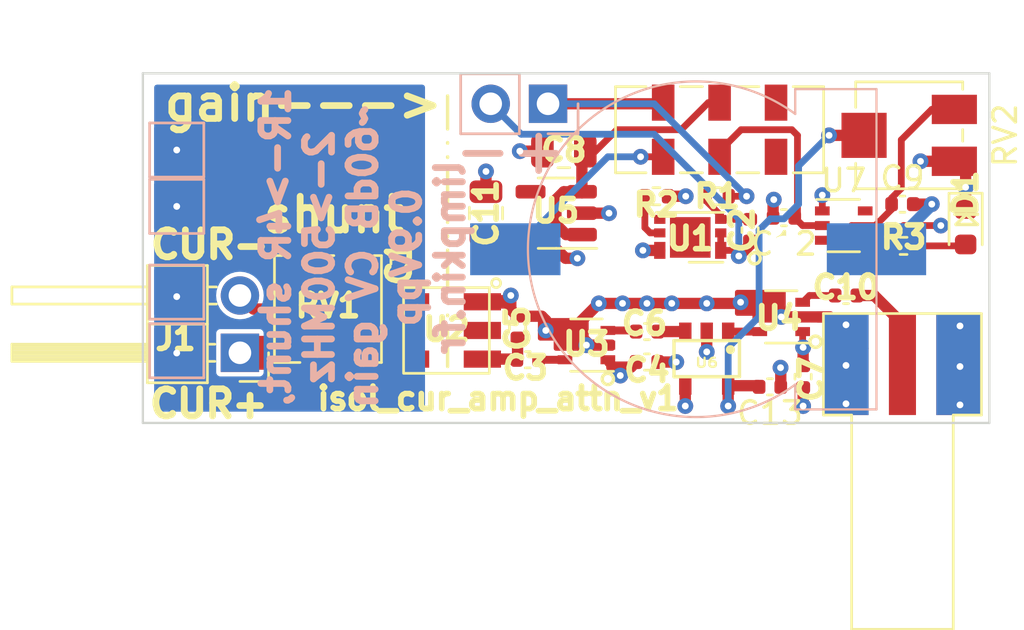
<source format=kicad_pcb>
(kicad_pcb (version 20221018) (generator pcbnew)
  (layers (0 "F.Cu" signal) (1 "In1.Cu" signal) (2 "In2.Cu" signal) (31 "B.Cu" signal) (34 "B.Paste" user) (35 "F.Paste" user) (36 "B.SilkS" user "B.Silkscreen") (37 "F.SilkS" user "F.Silkscreen") (38 "B.Mask" user) (39 "F.Mask" user) (44 "Edge.Cuts" user))
  (net 0 "")
  (net 1 "Net-(BT1-+)")
  (net 2 "GND")
  (net 3 "Net-(BT1--)")
  (net 4 "Net-(J1-Pin_1)")
  (net 5 "Net-(C1-Pad2)")
  (net 6 "Net-(U1-VDD)")
  (net 7 "Net-(C3-Pad1)")
  (net 8 "Net-(C3-Pad2)")
  (net 9 "Net-(C6-Pad1)")
  (net 10 "Net-(C6-Pad2)")
  (net 11 "Net-(J2-In)")
  (net 12 "Net-(U1-VM)")
  (net 13 "Net-(J1-Pin_2)")
  (net 18 "Net-(C10-Pad1)")
  (net 19 "+3V3")
  (net 20 "Net-(D1-A)")
  (net 23 "/RTN")
  (net 24 "Net-(BT2--)")
  (net 25 "Net-(U6-VC)")
  (net 26 "Net-(U4-Pad6)")
  (net 27 "Net-(SW1A-B)")
  (net 28 "Net-(SW1B-B)")
  (net 29 "Net-(U7-VOUT)")
  (footprint "Package_TO_SOT_SMD:SOT-363_SC-70-6" (layer "F.Cu") (at 144.28 107.3 180)
    (fp_text reference "U4" (at 0.1 -0.05) (layer "F.SilkS") (effects (font (thickness 0.5))))
    (fp_text value "BGA2802")
    (fp_line (start -0.7 1.16) (end 0.7 1.16) (stroke (width 0.12)) (layer "F.SilkS"))
    (fp_line (start 0.7 -1.16) (end -1.2 -1.16) (stroke (width 0.12)) (layer "F.SilkS"))
    (pad "1" smd rect (at -0.95 -0.65 180) (size 0.65 0.4) (layers "F.Cu" "F.Paste" "F.Mask") (net 19 "+3V3"))
    (pad "2" smd rect (at -0.95 0 180) (size 0.65 0.4) (layers "F.Cu" "F.Paste" "F.Mask") (net 2 "GND"))
    (pad "3" smd rect (at -0.95 0.65 180) (size 0.65 0.4) (layers "F.Cu" "F.Paste" "F.Mask") (net 18 "Net-(C10-Pad1)"))
    (pad "4" smd rect (at 0.95 0.65 180) (size 0.65 0.4) (layers "F.Cu" "F.Paste" "F.Mask") (net 2 "GND"))
    (pad "5" smd rect (at 0.95 0 180) (size 0.65 0.4) (layers "F.Cu" "F.Paste" "F.Mask") (net 2 "GND"))
    (pad "6" smd rect (at 0.95 -0.65 180) (size 0.65 0.4) (layers "F.Cu" "F.Paste" "F.Mask") (net 26 "Net-(U4-Pad6)"))
  )
  (footprint "Capacitor_SMD:C_0402_1005Metric" (layer "F.Cu") (at 147.15 106.35)
    (fp_text reference "C10" (at 0 -0.36) (layer "F.SilkS") (effects (font (thickness 0.5))))
    (fp_text value "1nF")
    (fp_line (start -0.107836 -0.36) (end 0.107836 -0.36) (stroke (width 0.12)) (layer "F.SilkS"))
    (fp_line (start -0.107836 0.36) (end 0.107836 0.36) (stroke (width 0.12)) (layer "F.SilkS"))
    (pad "1" smd roundrect (at -0.48 0) (size 0.56 0.62) (layers "F.Cu" "F.Paste" "F.Mask") (net 18 "Net-(C10-Pad1)"))
    (pad "2" smd roundrect (at 0.48 0) (size 0.56 0.62) (layers "F.Cu" "F.Paste" "F.Mask") (net 11 "Net-(J2-In)"))
  )
  (footprint "Capacitor_SMD:C_0402_1005Metric" (layer "F.Cu") (at 143.78 110.4 180)
    (fp_text reference "C13" (at 0 -1.16) (layer "F.SilkS"))
    (fp_text value "1nF")
    (fp_line (start -0.107836 -0.36) (end 0.107836 -0.36) (stroke (width 0.12)) (layer "F.SilkS"))
    (fp_line (start -0.107836 0.36) (end 0.107836 0.36) (stroke (width 0.12)) (layer "F.SilkS"))
    (pad "1" smd roundrect (at -0.48 0 180) (size 0.56 0.62) (layers "F.Cu" "F.Paste" "F.Mask") (net 2 "GND"))
    (pad "2" smd roundrect (at 0.48 0 180) (size 0.56 0.62) (layers "F.Cu" "F.Paste" "F.Mask") (net 25 "Net-(U6-VC)"))
  )
  (footprint "library:TC2-72T+" (layer "F.Cu") (at 129.45 107.9 -90)
    (fp_text reference "U2" (at -0.05 0 unlocked) (layer "F.SilkS") (effects (font (thickness 0.5))))
    (fp_text value "TC8-1+")
    (fp_rect (start -1.9 -1.9) (end 1.9 1.9) (stroke (width 0.12)) (fill none) (layer "F.SilkS"))
    (fp_circle (center -2.1 -2.2) (end -2.1 -2) (stroke (width 0.12)) (fill none) (layer "F.SilkS"))
    (pad "1" smd rect (at -1.27 -1.59 270) (size 0.76 1.65) (layers "F.Cu" "F.Paste" "F.Mask") (net 2 "GND"))
    (pad "2" smd rect (at 0 -1.59 270) (size 0.76 1.65) (layers "F.Cu" "F.Paste" "F.Mask"))
    (pad "3" smd rect (at 1.27 -1.59 270) (size 0.76 1.65) (layers "F.Cu" "F.Paste" "F.Mask") (net 7 "Net-(C3-Pad1)"))
    (pad "4" smd rect (at 1.27 1.59 270) (size 0.76 1.65) (layers "F.Cu" "F.Paste" "F.Mask") (net 4 "Net-(J1-Pin_1)"))
    (pad "6" smd rect (at -1.27 1.59 270) (size 0.76 1.65) (layers "F.Cu" "F.Paste" "F.Mask") (net 5 "Net-(C1-Pad2)"))
  )
  (footprint "Capacitor_SMD:C_0402_1005Metric" (layer "F.Cu") (at 127.35 104.85 -90)
    (fp_text reference "C1" (at 0.05 0 -90) (layer "F.SilkS") (effects (font (thickness 0.5))))
    (fp_text value "10nF")
    (fp_line (start -0.107836 -0.36) (end 0.107836 -0.36) (stroke (width 0.12)) (layer "F.SilkS"))
    (fp_line (start -0.107836 0.36) (end 0.107836 0.36) (stroke (width 0.12)) (layer "F.SilkS"))
    (pad "1" smd roundrect (at -0.48 0 270) (size 0.56 0.62) (layers "F.Cu" "F.Paste" "F.Mask") (net 13 "Net-(J1-Pin_2)"))
    (pad "2" smd roundrect (at 0.48 0 270) (size 0.56 0.62) (layers "F.Cu" "F.Paste" "F.Mask") (net 5 "Net-(C1-Pad2)"))
  )
  (footprint "Capacitor_SMD:C_0805_2012Metric" (layer "F.Cu") (at 131.2 102.7 90)
    (fp_text reference "C11" (at 0 0 90) (layer "F.SilkS") (effects (font (thickness 0.5))))
    (fp_text value "22uF")
    (fp_line (start -0.261252 -0.735) (end 0.261252 -0.735) (stroke (width 0.12)) (layer "F.SilkS"))
    (fp_line (start -0.261252 0.735) (end 0.261252 0.735) (stroke (width 0.12)) (layer "F.SilkS"))
    (pad "1" smd roundrect (at -0.95 0 90) (size 1 1.45) (layers "F.Cu" "F.Paste" "F.Mask") (net 19 "+3V3"))
    (pad "2" smd roundrect (at 0.95 0 90) (size 1 1.45) (layers "F.Cu" "F.Paste" "F.Mask") (net 2 "GND"))
  )
  (footprint "Package_TO_SOT_SMD:SOT-363_SC-70-6" (layer "F.Cu") (at 135.65 108.55 180)
    (fp_text reference "U3" (at 0 0.05) (layer "F.SilkS") (effects (font (thickness 0.5))))
    (fp_text value "BGA2803")
    (fp_line (start -0.7 1.16) (end 0.7 1.16) (stroke (width 0.12)) (layer "F.SilkS"))
    (fp_line (start 0.7 -1.16) (end -1.2 -1.16) (stroke (width 0.12)) (layer "F.SilkS"))
    (pad "1" smd rect (at -0.95 -0.65 180) (size 0.65 0.4) (layers "F.Cu" "F.Paste" "F.Mask") (net 19 "+3V3"))
    (pad "2" smd rect (at -0.95 0 180) (size 0.65 0.4) (layers "F.Cu" "F.Paste" "F.Mask") (net 2 "GND"))
    (pad "3" smd rect (at -0.95 0.65 180) (size 0.65 0.4) (layers "F.Cu" "F.Paste" "F.Mask") (net 9 "Net-(C6-Pad1)"))
    (pad "4" smd rect (at 0.95 0.65 180) (size 0.65 0.4) (layers "F.Cu" "F.Paste" "F.Mask") (net 2 "GND"))
    (pad "5" smd rect (at 0.95 0 180) (size 0.65 0.4) (layers "F.Cu" "F.Paste" "F.Mask") (net 2 "GND"))
    (pad "6" smd rect (at 0.95 -0.65 180) (size 0.65 0.4) (layers "F.Cu" "F.Paste" "F.Mask") (net 8 "Net-(C3-Pad2)"))
  )
  (footprint "Capacitor_SMD:C_0402_1005Metric" (layer "F.Cu") (at 138.33 109.3)
    (fp_text reference "C4" (at 0 0.36) (layer "F.SilkS") (effects (font (thickness 0.5))))
    (fp_text value "1nF")
    (fp_line (start -0.107836 -0.36) (end 0.107836 -0.36) (stroke (width 0.12)) (layer "F.SilkS"))
    (fp_line (start -0.107836 0.36) (end 0.107836 0.36) (stroke (width 0.12)) (layer "F.SilkS"))
    (pad "1" smd roundrect (at -0.48 0) (size 0.56 0.62) (layers "F.Cu" "F.Paste" "F.Mask") (net 19 "+3V3"))
    (pad "2" smd roundrect (at 0.48 0) (size 0.56 0.62) (layers "F.Cu" "F.Paste" "F.Mask") (net 2 "GND"))
  )
  (footprint "library:SMA_ALIEXPRESS" (layer "F.Cu") (at 149.65 111.65 180)
    (fp_text reference "J2" hide)
    (fp_text value "COAX")
    (fp_line (start -3.5 0) (end -3.5 4.5) (stroke (width 0.12)) (layer "F.SilkS"))
    (fp_line (start -3.5 4.5) (end 3.5 4.5) (stroke (width 0.12)) (layer "F.SilkS"))
    (fp_line (start -2.25 -9.5) (end -2.25 0) (stroke (width 0.12)) (layer "F.SilkS"))
    (fp_line (start -2.25 0) (end -3.5 0) (stroke (width 0.12)) (layer "F.SilkS"))
    (fp_line (start 2.25 -9.5) (end -2.25 -9.5) (stroke (width 0.12)) (layer "F.SilkS"))
    (fp_line (start 2.25 0) (end 2.25 -9.5) (stroke (width 0.12)) (layer "F.SilkS"))
    (fp_line (start 3.5 0) (end 2.25 0) (stroke (width 0.12)) (layer "F.SilkS"))
    (fp_line (start 3.5 4.5) (end 3.5 0) (stroke (width 0.12)) (layer "F.SilkS"))
    (pad "1" smd rect (at 0 2.25 180) (size 1.2 4.5) (layers "F.Cu" "F.Paste" "F.Mask") (net 11 "Net-(J2-In)"))
    (pad "2" smd rect (at -2.5 2.25 180) (size 2 4.5) (layers "F.Cu" "F.Paste" "F.Mask") (net 2 "GND"))
    (pad "2" smd rect (at -2.5 2.25 180) (size 2 4.5) (layers "B.Cu" "B.Paste" "B.Mask") (net 2 "GND"))
    (pad "2" smd rect (at 2.5 2.25 180) (size 2 4.5) (layers "F.Cu" "F.Paste" "F.Mask") (net 2 "GND"))
    (pad "2" smd rect (at 2.5 2.25 180) (size 2 4.5) (layers "B.Cu" "B.Paste" "B.Mask") (net 2 "GND"))
  )
  (footprint "Capacitor_SMD:C_0402_1005Metric" (layer "F.Cu") (at 133.05 109.2)
    (fp_text reference "C3" (at -0.107836 0.36) (layer "F.SilkS") (effects (font (thickness 0.5))))
    (fp_text value "1nF")
    (fp_line (start -0.107836 -0.36) (end 0.107836 -0.36) (stroke (width 0.12)) (layer "F.SilkS"))
    (fp_line (start -0.107836 0.36) (end 0.107836 0.36) (stroke (width 0.12)) (layer "F.SilkS"))
    (pad "1" smd roundrect (at -0.48 0) (size 0.56 0.62) (layers "F.Cu" "F.Paste" "F.Mask") (net 7 "Net-(C3-Pad1)"))
    (pad "2" smd roundrect (at 0.48 0) (size 0.56 0.62) (layers "F.Cu" "F.Paste" "F.Mask") (net 8 "Net-(C3-Pad2)"))
  )
  (footprint "Capacitor_SMD:C_0402_1005Metric" (layer "F.Cu") (at 145.25 109.95 -90)
    (fp_text reference "C7" (at 0.107836 -0.36 -270) (layer "F.SilkS") (effects (font (thickness 0.5))))
    (fp_text value "1nF")
    (fp_line (start -0.107836 -0.36) (end 0.107836 -0.36) (stroke (width 0.12)) (layer "F.SilkS"))
    (fp_line (start -0.107836 0.36) (end 0.107836 0.36) (stroke (width 0.12)) (layer "F.SilkS"))
    (pad "1" smd roundrect (at -0.48 0 270) (size 0.56 0.62) (layers "F.Cu" "F.Paste" "F.Mask") (net 19 "+3V3"))
    (pad "2" smd roundrect (at 0.48 0 270) (size 0.56 0.62) (layers "F.Cu" "F.Paste" "F.Mask") (net 2 "GND"))
  )
  (footprint "Resistor_SMD:R_0402_1005Metric" (layer "F.Cu") (at 138.75 101.95 180)
    (fp_text reference "R2" (at 0 -0.38) (layer "F.SilkS") (effects (font (thickness 0.5))))
    (fp_text value "1k")
    (fp_line (start -0.153641 -0.38) (end 0.153641 -0.38) (stroke (width 0.12)) (layer "F.SilkS"))
    (fp_line (start -0.153641 0.38) (end 0.153641 0.38) (stroke (width 0.12)) (layer "F.SilkS"))
    (pad "1" smd roundrect (at -0.51 0 180) (size 0.54 0.64) (layers "F.Cu" "F.Paste" "F.Mask") (net 2 "GND"))
    (pad "2" smd roundrect (at 0.51 0 180) (size 0.54 0.64) (layers "F.Cu" "F.Paste" "F.Mask") (net 12 "Net-(U1-VM)"))
  )
  (footprint "Capacitor_SMD:C_0402_1005Metric" (layer "F.Cu") (at 142.9 103.45 -90)
    (fp_text reference "C2" (at 0 0.36 90) (layer "F.SilkS") (effects (font (thickness 0.5))))
    (fp_text value "100n")
    (fp_line (start -0.107836 -0.36) (end 0.107836 -0.36) (stroke (width 0.12)) (layer "F.SilkS"))
    (fp_line (start -0.107836 0.36) (end 0.107836 0.36) (stroke (width 0.12)) (layer "F.SilkS"))
    (pad "1" smd roundrect (at -0.48 0 270) (size 0.56 0.62) (layers "F.Cu" "F.Paste" "F.Mask") (net 6 "Net-(U1-VDD)"))
    (pad "2" smd roundrect (at 0.48 0 270) (size 0.56 0.62) (layers "F.Cu" "F.Paste" "F.Mask") (net 3 "Net-(BT1--)"))
  )
  (footprint "library:UDFN-6-1EP_3x2mm_P0.6mm_EP1.7x1.7mm" (layer "F.Cu") (at 140.25 103.775 180)
    (fp_text reference "U1" (at 0 -0.05) (layer "F.SilkS") (effects (font (thickness 0.5))))
    (fp_text value "~")
    (fp_line (start -1.5 1.11) (end 1.5 1.11) (stroke (width 0.12)) (layer "F.SilkS"))
    (fp_line (start -1.45 -1.1) (end 0.05 -1.1) (stroke (width 0.12)) (layer "F.SilkS"))
    (pad "1" smd rect (at -1.35 -0.575 180) (size 0.5 0.75) (layers "F.Cu" "F.Paste" "F.Mask") (net 3 "Net-(BT1--)"))
    (pad "2" smd rect (at -1.35 0.2 180) (size 0.5 0.4) (layers "F.Cu" "F.Paste" "F.Mask") (net 3 "Net-(BT1--)"))
    (pad "3" smd rect (at -1.35 0.8 180) (size 0.5 0.4) (layers "F.Cu" "F.Paste" "F.Mask") (net 6 "Net-(U1-VDD)"))
    (pad "4" smd rect (at 1.35 0.8 180) (size 0.5 0.4) (layers "F.Cu" "F.Paste" "F.Mask"))
    (pad "5" smd rect (at 1.35 0.2 180) (size 0.5 0.4) (layers "F.Cu" "F.Paste" "F.Mask") (net 12 "Net-(U1-VM)"))
    (pad "6" smd rect (at 1.35 -0.575 180) (size 0.5 0.75) (layers "F.Cu" "F.Paste" "F.Mask") (net 2 "GND"))
    (pad "7" smd rect (at 0 0 180) (size 1.8 1.8) (layers "F.Cu" "F.Mask"))
  )
  (footprint "Resistor_SMD:R_0402_1005Metric" (layer "F.Cu") (at 149.7 104.15)
    (fp_text reference "R3" (at 0 -0.38) (layer "F.SilkS") (effects (font (thickness 0.5))))
    (fp_text value "1k")
    (fp_line (start -0.153641 -0.38) (end 0.153641 -0.38) (stroke (width 0.12)) (layer "F.SilkS"))
    (fp_line (start -0.153641 0.38) (end 0.153641 0.38) (stroke (width 0.12)) (layer "F.SilkS"))
    (pad "1" smd roundrect (at -0.51 0) (size 0.54 0.64) (layers "F.Cu" "F.Paste" "F.Mask") (net 19 "+3V3"))
    (pad "2" smd roundrect (at 0.51 0) (size 0.54 0.64) (layers "F.Cu" "F.Paste" "F.Mask") (net 20 "Net-(D1-A)"))
  )
  (footprint "Resistor_SMD:R_0402_1005Metric" (layer "F.Cu") (at 141.445 101.95)
    (fp_text reference "R1" (at 0 0) (layer "F.SilkS") (effects (font (thickness 0.5))))
    (fp_text value "453 ")
    (fp_line (start -0.153641 -0.38) (end 0.153641 -0.38) (stroke (width 0.12)) (layer "F.SilkS"))
    (fp_line (start -0.153641 0.38) (end 0.153641 0.38) (stroke (width 0.12)) (layer "F.SilkS"))
    (pad "1" smd roundrect (at -0.51 0) (size 0.54 0.64) (layers "F.Cu" "F.Paste" "F.Mask") (net 6 "Net-(U1-VDD)"))
    (pad "2" smd roundrect (at 0.51 0) (size 0.54 0.64) (layers "F.Cu" "F.Paste" "F.Mask") (net 1 "Net-(BT1-+)"))
  )
  (footprint "Button_Switch_SMD:SW_DPDT_CK_JS202011JCQN" (layer "F.Cu") (at 141.55 99)
    (fp_text reference "SW1" hide)
    (fp_text value "SW_DPDT_x2")
    (fp_line (start -4.61 -1.91) (end -4.61 1.91) (stroke (width 0.12)) (layer "F.SilkS"))
    (fp_line (start -4.61 1.91) (end -3.26 1.91) (stroke (width 0.12)) (layer "F.SilkS"))
    (fp_line (start -3.26 -1.91) (end -4.61 -1.91) (stroke (width 0.12)) (layer "F.SilkS"))
    (fp_line (start -0.76 -1.91) (end -1.74 -1.91) (stroke (width 0.12)) (layer "F.SilkS"))
    (fp_line (start -0.76 1.91) (end -1.74 1.91) (stroke (width 0.12)) (layer "F.SilkS"))
    (fp_line (start 1.74 -1.91) (end 0.76 -1.91) (stroke (width 0.12)) (layer "F.SilkS"))
    (fp_line (start 1.74 1.91) (end 0.76 1.91) (stroke (width 0.12)) (layer "F.SilkS"))
    (fp_line (start 4.61 -1.91) (end 3.26 -1.91) (stroke (width 0.12)) (layer "F.SilkS"))
    (fp_line (start 4.61 -1.91) (end 4.61 1.91) (stroke (width 0.12)) (layer "F.SilkS"))
    (fp_line (start 4.61 1.91) (end 3.26 1.91) (stroke (width 0.12)) (layer "F.SilkS"))
    (pad "1" smd rect (at -2.5 -1.2) (size 1 1.6) (layers "F.Cu" "F.Paste" "F.Mask") (net 1 "Net-(BT1-+)"))
    (pad "2" smd rect (at 0 -1.2) (size 1 1.6) (layers "F.Cu" "F.Paste" "F.Mask") (net 27 "Net-(SW1A-B)"))
    (pad "3" smd rect (at 2.5 -1.2) (size 1 1.6) (layers "F.Cu" "F.Paste" "F.Mask"))
    (pad "4" smd rect (at -2.5 1.2) (size 1 1.6) (layers "F.Cu" "F.Paste" "F.Mask") (net 24 "Net-(BT2--)"))
    (pad "5" smd rect (at 0 1.2) (size 1 1.6) (layers "F.Cu" "F.Paste" "F.Mask") (net 28 "Net-(SW1B-B)"))
    (pad "6" smd rect (at 2.5 1.2) (size 1 1.6) (layers "F.Cu" "F.Paste" "F.Mask"))
  )
  (footprint "Capacitor_SMD:C_0805_2012Metric" (layer "F.Cu") (at 134.65 99.95 180)
    (fp_text reference "C8" (at 0 0.05) (layer "F.SilkS") (effects (font (thickness 0.5))))
    (fp_text value "22uF")
    (fp_line (start -0.261252 -0.735) (end 0.261252 -0.735) (stroke (width 0.12)) (layer "F.SilkS"))
    (fp_line (start -0.261252 0.735) (end 0.261252 0.735) (stroke (width 0.12)) (layer "F.SilkS"))
    (pad "1" smd roundrect (at -0.95 0 180) (size 1 1.45) (layers "F.Cu" "F.Paste" "F.Mask") (net 27 "Net-(SW1A-B)"))
    (pad "2" smd roundrect (at 0.95 0 180) (size 1 1.45) (layers "F.Cu" "F.Paste" "F.Mask") (net 2 "GND"))
  )
  (footprint "Capacitor_SMD:C_0402_1005Metric" (layer "F.Cu") (at 138.33 107.95)
    (fp_text reference "C6" (at -0.107836 -0.36) (layer "F.SilkS") (effects (font (thickness 0.5))))
    (fp_text value "1nF")
    (fp_line (start -0.107836 -0.36) (end 0.107836 -0.36) (stroke (width 0.12)) (layer "F.SilkS"))
    (fp_line (start -0.107836 0.36) (end 0.107836 0.36) (stroke (width 0.12)) (layer "F.SilkS"))
    (pad "1" smd roundrect (at -0.48 0) (size 0.56 0.62) (layers "F.Cu" "F.Paste" "F.Mask") (net 9 "Net-(C6-Pad1)"))
    (pad "2" smd roundrect (at 0.48 0) (size 0.56 0.62) (layers "F.Cu" "F.Paste" "F.Mask") (net 10 "Net-(C6-Pad2)"))
  )
  (footprint "Potentiometer_SMD:Potentiometer_Bourns_3314J_Vertical" (layer "F.Cu") (at 149.95 99.25 -90)
    (fp_text reference "RV2" (at 0 -4.25 90) (layer "F.SilkS"))
    (fp_text value "100k")
    (fp_line (start -2.37 -2.37) (end -2.37 2.37) (stroke (width 0.12)) (layer "F.SilkS"))
    (fp_line (start -2.37 -2.37) (end -2.039 -2.37) (stroke (width 0.12)) (layer "F.SilkS"))
    (fp_line (start -2.37 2.37) (end -1.24 2.37) (stroke (width 0.12)) (layer "F.SilkS"))
    (fp_line (start -0.259 -2.37) (end 0.26 -2.37) (stroke (width 0.12)) (layer "F.SilkS"))
    (fp_line (start 1.24 2.37) (end 2.37 2.37) (stroke (width 0.12)) (layer "F.SilkS"))
    (fp_line (start 2.04 -2.37) (end 2.37 -2.37) (stroke (width 0.12)) (layer "F.SilkS"))
    (fp_line (start 2.37 -2.37) (end 2.37 2.37) (stroke (width 0.12)) (layer "F.SilkS"))
    (pad "1" smd rect (at 1.15 -2 270) (size 1.3 2) (layers "F.Cu" "F.Paste" "F.Mask") (net 2 "GND"))
    (pad "2" smd rect (at 0 2 270) (size 2 2) (layers "F.Cu" "F.Paste" "F.Mask") (net 25 "Net-(U6-VC)"))
    (pad "3" smd rect (at -1.15 -2 270) (size 1.3 2) (layers "F.Cu" "F.Paste" "F.Mask") (net 29 "Net-(U7-VOUT)"))
  )
  (footprint "LED_SMD:LED_0603_1608Metric" (layer "F.Cu") (at 152.45 103.3 -90)
    (fp_text reference "D1" (at -1.485 0 90) (layer "F.SilkS") (effects (font (thickness 0.5))))
    (fp_text value "LED")
    (fp_line (start -1.485 -0.735) (end -1.485 0.735) (stroke (width 0.12)) (layer "F.SilkS"))
    (fp_line (start -1.485 0.735) (end 0.8 0.735) (stroke (width 0.12)) (layer "F.SilkS"))
    (fp_line (start 0.8 -0.735) (end -1.485 -0.735) (stroke (width 0.12)) (layer "F.SilkS"))
    (pad "1" smd roundrect (at -0.7875 0 270) (size 0.875 0.95) (layers "F.Cu" "F.Paste" "F.Mask") (net 2 "GND"))
    (pad "2" smd roundrect (at 0.7875 0 270) (size 0.875 0.95) (layers "F.Cu" "F.Paste" "F.Mask") (net 20 "Net-(D1-A)"))
  )
  (footprint "Capacitor_SMD:C_0402_1005Metric" (layer "F.Cu") (at 149.65 102.3)
    (fp_text reference "C9" (at 0 -1.16) (layer "F.SilkS"))
    (fp_text value "2.2uF")
    (fp_line (start -0.107836 -0.36) (end 0.107836 -0.36) (stroke (width 0.12)) (layer "F.SilkS"))
    (fp_line (start -0.107836 0.36) (end 0.107836 0.36) (stroke (width 0.12)) (layer "F.SilkS"))
    (pad "1" smd roundrect (at -0.48 0) (size 0.56 0.62) (layers "F.Cu" "F.Paste" "F.Mask") (net 29 "Net-(U7-VOUT)"))
    (pad "2" smd roundrect (at 0.48 0) (size 0.56 0.62) (layers "F.Cu" "F.Paste" "F.Mask") (net 2 "GND"))
  )
  (footprint "Connector_PinHeader_2.54mm:PinHeader_1x02_P2.54mm_Horizontal" (layer "F.Cu") (at 120.3 108.89 180)
    (fp_text reference "J1" (at 2.85 0.64) (layer "F.SilkS") (effects (font (thickness 0.5))))
    (fp_text value "Conn_01x02_Pin")
    (fp_line (start -1.27 -1.27) (end 0 -1.27) (stroke (width 0.12)) (layer "F.SilkS"))
    (fp_line (start -1.27 0) (end -1.27 -1.27) (stroke (width 0.12)) (layer "F.SilkS"))
    (fp_line (start 1.042929 2.16) (end 1.44 2.16) (stroke (width 0.12)) (layer "F.SilkS"))
    (fp_line (start 1.042929 2.92) (end 1.44 2.92) (stroke (width 0.12)) (layer "F.SilkS"))
    (fp_line (start 1.11 -0.38) (end 1.44 -0.38) (stroke (width 0.12)) (layer "F.SilkS"))
    (fp_line (start 1.11 0.38) (end 1.44 0.38) (stroke (width 0.12)) (layer "F.SilkS"))
    (fp_line (start 1.44 -1.33) (end 1.44 3.87) (stroke (width 0.12)) (layer "F.SilkS"))
    (fp_line (start 1.44 1.27) (end 4.1 1.27) (stroke (width 0.12)) (layer "F.SilkS"))
    (fp_line (start 1.44 3.87) (end 4.1 3.87) (stroke (width 0.12)) (layer "F.SilkS"))
    (fp_line (start 4.1 -1.33) (end 1.44 -1.33) (stroke (width 0.12)) (layer "F.SilkS"))
    (fp_line (start 4.1 -0.38) (end 10.1 -0.38) (stroke (width 0.12)) (layer "F.SilkS"))
    (fp_line (start 4.1 -0.32) (end 10.1 -0.32) (stroke (width 0.12)) (layer "F.SilkS"))
    (fp_line (start 4.1 -0.2) (end 10.1 -0.2) (stroke (width 0.12)) (layer "F.SilkS"))
    (fp_line (start 4.1 -0.08) (end 10.1 -0.08) (stroke (width 0.12)) (layer "F.SilkS"))
    (fp_line (start 4.1 0.04) (end 10.1 0.04) (stroke (width 0.12)) (layer "F.SilkS"))
    (fp_line (start 4.1 0.16) (end 10.1 0.16) (stroke (width 0.12)) (layer "F.SilkS"))
    (fp_line (start 4.1 0.28) (end 10.1 0.28) (stroke (width 0.12)) (layer "F.SilkS"))
    (fp_line (start 4.1 2.16) (end 10.1 2.16) (stroke (width 0.12)) (layer "F.SilkS"))
    (fp_line (start 4.1 3.87) (end 4.1 -1.33) (stroke (width 0.12)) (layer "F.SilkS"))
    (fp_line (start 10.1 -0.38) (end 10.1 0.38) (stroke (width 0.12)) (layer "F.SilkS"))
    (fp_line (start 10.1 0.38) (end 4.1 0.38) (stroke (width 0.12)) (layer "F.SilkS"))
    (fp_line (start 10.1 2.16) (end 10.1 2.92) (stroke (width 0.12)) (layer "F.SilkS"))
    (fp_line (start 10.1 2.92) (end 4.1 2.92) (stroke (width 0.12)) (layer "F.SilkS"))
    (pad "1" thru_hole rect (at 0 0 180) (size 1.7 1.7) (drill 1) (layers "*.Cu" "*.Mask") (net 4 "Net-(J1-Pin_1)"))
    (pad "2" thru_hole oval (at 0 2.54 180) (size 1.7 1.7) (drill 1) (layers "*.Cu" "*.Mask") (net 13 "Net-(J1-Pin_2)"))
  )
  (footprint "Package_TO_SOT_SMD:SOT-353_SC-70-5" (layer "F.Cu") (at 147.05 103.25)
    (fp_text reference "U7" (at 0 -2) (layer "F.SilkS"))
    (fp_text value "RP117Q252D")
    (fp_line (start -0.7 1.16) (end 0.7 1.16) (stroke (width 0.12)) (layer "F.SilkS"))
    (fp_line (start 0.7 -1.16) (end -1.2 -1.16) (stroke (width 0.12)) (layer "F.SilkS"))
    (pad "1" smd rect (at -0.95 -0.65) (size 0.65 0.4) (layers "F.Cu" "F.Paste" "F.Mask") (net 2 "GND"))
    (pad "2" smd rect (at -0.95 0) (size 0.65 0.4) (layers "F.Cu" "F.Paste" "F.Mask") (net 28 "Net-(SW1B-B)"))
    (pad "3" smd rect (at -0.95 0.65) (size 0.65 0.4) (layers "F.Cu" "F.Paste" "F.Mask") (net 29 "Net-(U7-VOUT)"))
    (pad "4" smd rect (at 0.95 0.65) (size 0.65 0.4) (layers "F.Cu" "F.Paste" "F.Mask") (net 19 "+3V3"))
    (pad "5" smd rect (at 0.95 -0.65) (size 0.65 0.4) (layers "F.Cu" "F.Paste" "F.Mask"))
  )
  (footprint "Potentiometer_SMD:Potentiometer_Bourns_3314J_Vertical" (layer "F.Cu") (at 124.2 106.95)
    (fp_text reference "RV1" (at 0 -0.15) (layer "F.SilkS") (effects (font (thickness 0.5))))
    (fp_text value "10")
    (fp_line (start -2.37 -2.37) (end -2.37 2.37) (stroke (width 0.12)) (layer "F.SilkS"))
    (fp_line (start -2.37 -2.37) (end -2.039 -2.37) (stroke (width 0.12)) (layer "F.SilkS"))
    (fp_line (start -2.37 2.37) (end -1.24 2.37) (stroke (width 0.12)) (layer "F.SilkS"))
    (fp_line (start -0.259 -2.37) (end 0.26 -2.37) (stroke (width 0.12)) (layer "F.SilkS"))
    (fp_line (start 1.24 2.37) (end 2.37 2.37) (stroke (width 0.12)) (layer "F.SilkS"))
    (fp_line (start 2.04 -2.37) (end 2.37 -2.37) (stroke (width 0.12)) (layer "F.SilkS"))
    (fp_line (start 2.37 -2.37) (end 2.37 2.37) (stroke (width 0.12)) (layer "F.SilkS"))
    (pad "1" smd rect (at 1.15 -2) (size 1.3 2) (layers "F.Cu" "F.Paste" "F.Mask") (net 13 "Net-(J1-Pin_2)"))
    (pad "2" smd rect (at 0 2) (size 2 2) (layers "F.Cu" "F.Paste" "F.Mask") (net 4 "Net-(J1-Pin_1)"))
    (pad "3" smd rect (at -1.15 -2) (size 1.3 2) (layers "F.Cu" "F.Paste" "F.Mask"))
  )
  (footprint "Package_TO_SOT_SMD:SOT-23-5" (layer "F.Cu") (at 134.3125 102.7 180)
    (fp_text reference "U5" (at 0.0125 0.1) (layer "F.SilkS") (effects (font (thickness 0.5))))
    (fp_text value " NCP163ASN330T1G")
    (fp_line (start 0 -1.56) (end -1.8 -1.56) (stroke (width 0.12)) (layer "F.SilkS"))
    (fp_line (start 0 -1.56) (end 0.8 -1.56) (stroke (width 0.12)) (layer "F.SilkS"))
    (fp_line (start 0 1.56) (end -0.8 1.56) (stroke (width 0.12)) (layer "F.SilkS"))
    (fp_line (start 0 1.56) (end 0.8 1.56) (stroke (width 0.12)) (layer "F.SilkS"))
    (pad "1" smd roundrect (at -1.1375 -0.95 180) (size 1.325 0.6) (layers "F.Cu" "F.Paste" "F.Mask") (net 27 "Net-(SW1A-B)"))
    (pad "2" smd roundrect (at -1.1375 0 180) (size 1.325 0.6) (layers "F.Cu" "F.Paste" "F.Mask") (net 2 "GND"))
    (pad "3" smd roundrect (at -1.1375 0.95 180) (size 1.325 0.6) (layers "F.Cu" "F.Paste" "F.Mask") (net 27 "Net-(SW1A-B)"))
    (pad "4" smd roundrect (at 1.1375 0.95 180) (size 1.325 0.6) (layers "F.Cu" "F.Paste" "F.Mask"))
    (pad "5" smd roundrect (at 1.1375 -0.95 180) (size 1.325 0.6) (layers "F.Cu" "F.Paste" "F.Mask") (net 19 "+3V3"))
  )
  (footprint "library:SOT25" (layer "F.Cu") (at 140.98 109.15 180)
    (fp_text reference "U6" (at 0 -0.18) (layer "F.SilkS") (effects (font (size 0.4 0.5) (thickness 0.1))))
    (fp_text value "MAAVSS0006TR-3000" hide)
    (fp_line (start -1.45 -0.8) (end 1.45 -0.8) (stroke (width 0.15)) (layer "F.SilkS"))
    (fp_line (start -1.45 0.8) (end -1.45 -0.8) (stroke (width 0.15)) (layer "F.SilkS"))
    (fp_line (start 1.45 -0.8) (end 1.45 0.8) (stroke (width 0.15)) (layer "F.SilkS"))
    (fp_line (start 1.45 0.8) (end -1.45 0.8) (stroke (width 0.15)) (layer "F.SilkS"))
    (fp_circle (center -1.05 0.4) (end -0.95 0.4) (stroke (width 0.2)) (fill none) (layer "F.SilkS"))
    (pad "1" smd rect (at -0.95 1.2 180) (size 0.55 0.8) (layers "F.Cu" "F.Paste" "F.Mask") (net 26 "Net-(U4-Pad6)"))
    (pad "2" smd rect (at 0 1.2 180) (size 0.55 0.8) (layers "F.Cu" "F.Paste" "F.Mask") (net 2 "GND"))
    (pad "3" smd rect (at 0.95 1.2 180) (size 0.55 0.8) (layers "F.Cu" "F.Paste" "F.Mask") (net 10 "Net-(C6-Pad2)"))
    (pad "4" smd rect (at 0.95 -1.2 180) (size 0.55 0.8) (layers "F.Cu" "F.Paste" "F.Mask") (net 2 "GND"))
    (pad "5" smd rect (at -0.95 -1.2 180) (size 0.55 0.8) (layers "F.Cu" "F.Paste" "F.Mask") (net 25 "Net-(U6-VC)"))
  )
  (footprint "Capacitor_SMD:C_0402_1005Metric" (layer "F.Cu") (at 144.4 102.9 180)
    (fp_text reference "C12" (at 0 -1.16) (layer "F.SilkS"))
    (fp_text value "2.2uF")
    (fp_line (start -0.107836 -0.36) (end 0.107836 -0.36) (stroke (width 0.12)) (layer "F.SilkS"))
    (fp_line (start -0.107836 0.36) (end 0.107836 0.36) (stroke (width 0.12)) (layer "F.SilkS"))
    (pad "1" smd roundrect (at -0.48 0 180) (size 0.56 0.62) (layers "F.Cu" "F.Paste" "F.Mask") (net 28 "Net-(SW1B-B)"))
    (pad "2" smd roundrect (at 0.48 0 180) (size 0.56 0.62) (layers "F.Cu" "F.Paste" "F.Mask") (net 2 "GND"))
  )
  (footprint "Capacitor_SMD:C_0402_1005Metric" (layer "F.Cu") (at 132.6 107.75 90)
    (fp_text reference "C5" (at -0.05 0 90) (layer "F.SilkS") (effects (font (thickness 0.5))))
    (fp_text value "4.7pF")
    (fp_line (start -0.107836 -0.36) (end 0.107836 -0.36) (stroke (width 0.12)) (layer "F.SilkS"))
    (fp_line (start -0.107836 0.36) (end 0.107836 0.36) (stroke (width 0.12)) (layer "F.SilkS"))
    (pad "1" smd roundrect (at -0.48 0 90) (size 0.56 0.62) (layers "F.Cu" "F.Paste" "F.Mask") (net 7 "Net-(C3-Pad1)"))
    (pad "2" smd roundrect (at 0.48 0 90) (size 0.56 0.62) (layers "F.Cu" "F.Paste" "F.Mask") (net 2 "GND"))
  )
  (footprint "Connector_PinHeader_2.54mm:PinHeader_1x02_P2.54mm_Vertical" (layer "B.Cu") (at 133.95 97.85 90)
    (fp_text reference "BT1" hide)
    (fp_text value "Battery_Cell")
    (fp_line (start -1.33 -3.87) (end 1.33 -3.87) (stroke (width 0.12)) (layer "B.SilkS"))
    (fp_line (start -1.33 -1.27) (end -1.33 -3.87) (stroke (width 0.12)) (layer "B.SilkS"))
    (fp_line (start -1.33 -1.27) (end 1.33 -1.27) (stroke (width 0.12)) (layer "B.SilkS"))
    (fp_line (start -1.33 0) (end -1.33 1.33) (stroke (width 0.12)) (layer "B.SilkS"))
    (fp_line (start -1.33 1.33) (end 0 1.33) (stroke (width 0.12)) (layer "B.SilkS"))
    (fp_line (start 1.33 -1.27) (end 1.33 -3.87) (stroke (width 0.12)) (layer "B.SilkS"))
    (pad "1" thru_hole rect (at 0 0 90) (size 1.7 1.7) (drill 1) (layers "*.Cu" "*.Mask") (net 1 "Net-(BT1-+)"))
    (pad "2" thru_hole oval (at 0 -2.54 90) (size 1.7 1.7) (drill 1) (layers "*.Cu" "*.Mask") (net 3 "Net-(BT1--)"))
  )
  (footprint "TestPoint:TestPoint_Pad_2.0x2.0mm" (layer "B.Cu") (at 117.5 99.9 180)
    (fp_text reference "TP2" hide)
    (fp_text value "TestPoint")
    (fp_line (start -1.2 -1.2) (end -1.2 1.2) (stroke (width 0.12)) (layer "B.SilkS"))
    (fp_line (start -1.2 1.2) (end 1.2 1.2) (stroke (width 0.12)) (layer "B.SilkS"))
    (fp_line (start 1.2 -1.2) (end -1.2 -1.2) (stroke (width 0.12)) (layer "B.SilkS"))
    (fp_line (start 1.2 1.2) (end 1.2 -1.2) (stroke (width 0.12)) (layer "B.SilkS"))
    (pad "1" smd rect (at 0 0 180) (size 2 2) (layers "B.Cu" "B.Mask") (net 23 "/RTN"))
  )
  (footprint "TestPoint:TestPoint_Pad_2.0x2.0mm" (layer "B.Cu") (at 117.5 102.4 180)
    (fp_text reference "TP3" hide)
    (fp_text value "TestPoint")
    (fp_line (start -1.2 -1.2) (end -1.2 1.2) (stroke (width 0.12)) (layer "B.SilkS"))
    (fp_line (start -1.2 1.2) (end 1.2 1.2) (stroke (width 0.12)) (layer "B.SilkS"))
    (fp_line (start 1.2 -1.2) (end -1.2 -1.2) (stroke (width 0.12)) (layer "B.SilkS"))
    (fp_line (start 1.2 1.2) (end 1.2 -1.2) (stroke (width 0.12)) (layer "B.SilkS"))
    (pad "1" smd rect (at 0 0 180) (size 2 2) (layers "B.Cu" "B.Mask") (net 23 "/RTN"))
  )
  (footprint "library:CR1220_THZ_HOLDER" (layer "B.Cu") (at 140.5 104.3)
    (fp_text reference "BT2" hide)
    (fp_text value "Battery_Cell")
    (fp_line (start 4.4 -7.1) (end 8 -7.1) (stroke (width 0.1)) (layer "B.SilkS"))
    (fp_line (start 4.4 -6) (end 4.4 -7.1) (stroke (width 0.1)) (layer "B.SilkS"))
    (fp_line (start 4.4 7.1) (end 4.4 6) (stroke (width 0.1)) (layer "B.SilkS"))
    (fp_line (start 8 -7.1) (end 8 7.1) (stroke (width 0.1)) (layer "B.SilkS"))
    (fp_line (start 8 7.1) (end 4.4 7.1) (stroke (width 0.1)) (layer "B.SilkS"))
    (fp_arc (start 4.4 6) (mid -7.44043 0) (end 4.4 -6) (stroke (width 0.1)) (layer "B.SilkS"))
    (pad "" np_thru_hole circle (at -3.6 0) (size 1.2 1.2) (drill 1.2) (layers "F&B.Cu" "*.Mask"))
    (pad "" np_thru_hole circle (at 3.9 0) (size 1.2 1.2) (drill 1.2) (layers "F&B.Cu" "*.Mask"))
    (pad "1" smd rect (at 8 0) (size 4.4 2.3) (layers "B.Cu" "B.Paste" "B.Mask") (net 2 "GND"))
    (pad "2" smd rect (at -8 0) (size 4 2.3) (layers "B.Cu" "B.Paste" "B.Mask") (net 24 "Net-(BT2--)"))
  )
  (footprint "TestPoint:TestPoint_Pad_2.0x2.0mm" (layer "B.Cu") (at 117.5 108.8 180)
    (fp_text reference "TP6" hide)
    (fp_text value "TestPoint")
    (fp_line (start -1.2 -1.2) (end -1.2 1.2) (stroke (width 0.12)) (layer "B.SilkS"))
    (fp_line (start -1.2 1.2) (end 1.2 1.2) (stroke (width 0.12)) (layer "B.SilkS"))
    (fp_line (start 1.2 -1.2) (end -1.2 -1.2) (stroke (width 0.12)) (layer "B.SilkS"))
    (fp_line (start 1.2 1.2) (end 1.2 -1.2) (stroke (width 0.12)) (layer "B.SilkS"))
    (pad "1" smd rect (at 0 0 180) (size 2 2) (layers "B.Cu" "B.Mask") (net 23 "/RTN"))
  )
  (footprint "TestPoint:TestPoint_Pad_2.0x2.0mm" (layer "B.Cu") (at 117.5 106.2 180)
    (fp_text reference "TP5" hide)
    (fp_text value "TestPoint")
    (fp_line (start -1.2 -1.2) (end -1.2 1.2) (stroke (width 0.12)) (layer "B.SilkS"))
    (fp_line (start -1.2 1.2) (end 1.2 1.2) (stroke (width 0.12)) (layer "B.SilkS"))
    (fp_line (start 1.2 -1.2) (end -1.2 -1.2) (stroke (width 0.12)) (layer "B.SilkS"))
    (fp_line (start 1.2 1.2) (end 1.2 -1.2) (stroke (width 0.12)) (layer "B.SilkS"))
    (pad "1" smd rect (at 0 0 180) (size 2 2) (layers "B.Cu" "B.Mask") (net 23 "/RTN"))
  )
  (gr_line (start 152.975 103.2) (end 152.025 103.2) (stroke (width 0.15)) (layer "F.SilkS"))
  (gr_line (start 129.5 109.5) (end 129.5 97.5) (stroke (width 0.15) (type dash_dot_dot)) (layer "F.SilkS"))
  (gr_circle (center 143.1 104.7) (end 143.35 104.7) (stroke (width 0.15)) (fill none) (layer "F.SilkS"))
  (gr_circle (center 145.8 108.4) (end 146.05 108.4) (stroke (width 0.15)) (fill none) (layer "F.SilkS"))
  (gr_line (start 152.025 103.2) (end 152.475 102.75) (stroke (width 0.15)) (layer "F.SilkS"))
  (gr_line (start 152.975 102.75) (end 151.975 102.75) (stroke (width 0.15)) (layer "F.SilkS"))
  (gr_line (start 152.475 102.75) (end 152.975 103.2) (stroke (width 0.15)) (layer "F.SilkS"))
  (gr_circle (center 136.6 110.05) (end 136.85 110.05) (stroke (width 0.15)) (fill none) (layer "F.SilkS"))
  (gr_line (start 116 96.5) (end 153.5 96.5) (stroke (width 0.1)) (layer "Edge.Cuts"))
  (gr_line (start 116 96.5) (end 116 112) (stroke (width 0.1)) (layer "Edge.Cuts"))
  (gr_line (start 153.5 112) (end 153.5 96.5) (stroke (width 0.1)) (layer "Edge.Cuts"))
  (gr_line (start 153.5 112) (end 116 112) (stroke (width 0.1)) (layer "Edge.Cuts"))
  (gr_text "+-" (at 132.3 99.9) (layer "B.SilkS") (effects (font (size 2 2) (thickness 0.3) bold) (justify mirror)))
  (gr_text "1R->4R shunt, \n2->500MHz\n~60dB CV gain\n0.9Vpp\nlimpkin.fr" (at 125.75 104.65 90) (layer "B.SilkS") (effects (font (size 1.2 1.2) (thickness 0.3) bold) (justify mirror)))
  (gr_text "gain--->" (at 116.8 98.7) (layer "F.SilkS") (effects (font (size 1.5 1.5) (thickness 0.3) bold) (justify left bottom)))
  (gr_text "CUR+" (at 116.15 111.85) (layer "F.SilkS") (effects (font (size 1.2 1.2) (thickness 0.3) bold) (justify left bottom)))
  (gr_text "isol_cur_amp_attn_v1" (at 123.6 111.5) (layer "F.SilkS") (effects (font (size 1 1) (thickness 0.25) bold) (justify left bottom)))
  (gr_text "shunt" (at 121.2 103.65) (layer "F.SilkS") (effects (font (size 1.5 1.5) (thickness 0.3) bold) (justify left bottom)))
  (gr_text "CUR-" (at 116.2 104.8) (layer "F.SilkS") (effects (font (size 1.2 1.2) (thickness 0.3) bold) (justify left bottom)))
  (segment (start 139 97.85) (end 139.05 97.8) (width 0.5) (layer "F.Cu") (net 1))
  (segment (start 133.95 97.85) (end 139.25 97.85) (width 0.5) (layer "F.Cu") (net 1))
  (segment (start 141.955 101.95) (end 142.745 101.95) (width 0.3) (layer "F.Cu") (net 1))
  (via (at 142.745 101.95) (size 0.7) (drill 0.3) (layers "F.Cu" "B.Cu") (net 1))
  (segment (start 142.745 101.945) (end 142.745 101.95) (width 0.3) (layer "B.Cu") (net 1))
  (segment (start 138.65 97.85) (end 142.745 101.945) (width 0.3) (layer "B.Cu") (net 1))
  (segment (start 133.95 97.85) (end 138.65 97.85) (width 0.3) (layer "B.Cu") (net 1))
  (segment (start 146.1 102.6) (end 146.1 101.9) (width 0.3) (layer "F.Cu") (net 2))
  (segment (start 152.45 100.9) (end 151.95 100.4) (width 0.5) (layer "F.Cu") (net 2))
  (segment (start 146.23 107.3) (end 146.33 107.4) (width 0.3) (layer "F.Cu") (net 2))
  (segment (start 147.15 109.45) (end 147.15 111.3) (width 0.5) (layer "F.Cu") (net 2))
  (segment (start 139.26 101.95) (end 140.05 101.95) (width 0.5) (layer "F.Cu") (net 2))
  (segment (start 151.95 100.4) (end 150.45 100.4) (width 0.5) (layer "F.Cu") (net 2))
  (segment (start 142.43 106.7) (end 142.48 106.65) (width 0.5) (layer "F.Cu") (net 2))
  (segment (start 131.2 101.75) (end 131.2 100.85) (width 0.5) (layer "F.Cu") (net 2))
  (segment (start 145.23 107.3) (end 145.93 107.3) (width 0.3) (layer "F.Cu") (net 2))
  (segment (start 135.45 102.7) (end 136.65 102.7) (width 0.5) (layer "F.Cu") (net 2))
  (segment (start 152.45 102.5125) (end 152.45 100.9) (width 0.5) (layer "F.Cu") (net 2))
  (segment (start 145.93 107.3) (end 146.38 107.3) (width 0.5) (layer "F.Cu") (net 2))
  (segment (start 136.6 108.55) (end 135.65 108.55) (width 0.3) (layer "F.Cu") (net 2))
  (segment (start 145.23 107.3) (end 144.28 107.3) (width 0.3) (layer "F.Cu") (net 2))
  (segment (start 143.33 106.65) (end 142.48 106.65) (width 0.3) (layer "F.Cu") (net 2))
  (segment (start 145.25 110.43) (end 145.25 111.25) (width 0.5) (layer "F.Cu") (net 2))
  (segment (start 138.9 104.35) (end 138.1525 104.35) (width 0.5) (layer "F.Cu") (net 2))
  (segment (start 133.67 107.27) (end 133.85 107.45) (width 0.5) (layer "F.Cu") (net 2))
  (segment (start 143.92 102.13) (end 143.95 102.1) (width 0.5) (layer "F.Cu") (net 2))
  (segment (start 136.2 106.7) (end 142.43 106.7) (width 0.5) (layer "F.Cu") (net 2))
  (segment (start 140.03 110.35) (end 140.03 111.25) (width 0.5) (layer "F.Cu") (net 2))
  (segment (start 147.9 108.7) (end 147.15 109.45) (width 0.5) (layer "F.Cu") (net 2))
  (segment (start 151.9 107.4) (end 152.2 107.7) (width 0.5) (layer "F.Cu") (net 2))
  (segment (start 136.2 106.7) (end 135.3 107.6) (width 0.5) (layer "F.Cu") (net 2))
  (segment (start 144.26 109.56) (end 144.25 109.55) (width 0.5) (layer "F.Cu") (net 2))
  (segment (start 150.13 102.3) (end 150.95 102.3) (width 0.5) (layer "F.Cu") (net 2))
  (segment (start 133.7 99.95) (end 132.7 99.95) (width 0.5) (layer "F.Cu") (net 2))
  (segment (start 134.7 107.9) (end 133.85 107.9) (width 0.3) (layer "F.Cu") (net 2))
  (segment (start 138.81 109.3) (end 139.63 109.3) (width 0.5) (layer "F.Cu") (net 2))
  (segment (start 132.6 107.27) (end 133.67 107.27) (width 0.5) (layer "F.Cu") (net 2))
  (segment (start 133.85 107.45) (end 133.85 107.9) (width 0.5) (layer "F.Cu") (net 2))
  (segment (start 134.7 108.55) (end 135.65 108.55) (width 0.3) (layer "F.Cu") (net 2))
  (segment (start 132.3 106.97) (end 132.6 107.27) (width 0.5) (layer "F.Cu") (net 2))
  (segment (start 132.02 106.63) (end 132.3 106.35) (width 0.5) (layer "F.Cu") (net 2))
  (segment (start 131.04 106.63) (end 132.02 106.63) (width 0.6) (layer "F.Cu") (net 2))
  (segment (start 143.92 102.9) (end 143.92 102.13) (width 0.5) (layer "F.Cu") (net 2))
  (segment (start 145.93 107.3) (end 146.23 107.3) (width 0.3) (layer "F.Cu") (net 2))
  (segment (start 140.98 107.95) (end 140.98 108.85) (width 0.5) (layer "F.Cu") (net 2))
  (segment (start 143.33 107.3) (end 144.28 107.3) (width 0.3) (layer "F.Cu") (net 2))
  (segment (start 144.26 110.4) (end 144.26 109.56) (width 0.5) (layer "F.Cu") (net 2))
  (segment (start 132.3 106.35) (end 132.3 106.97) (width 0.5) (layer "F.Cu") (net 2))
  (via (at 139.43 106.7) (size 0.7) (drill 0.3) (layers "F.Cu" "B.Cu") (net 2))
  (via (at 138.33 106.7) (size 0.7) (drill 0.3) (layers "F.Cu" "B.Cu") (net 2))
  (via (at 145.25 111.25) (size 0.7) (drill 0.3) (layers "F.Cu" "B.Cu") (net 2))
  (via (at 139.63 109.3) (size 0.7) (drill 0.3) (layers "F.Cu" "B.Cu") (net 2))
  (via (at 143.95 102.1) (size 0.7) (drill 0.3) (layers "F.Cu" "B.Cu") (net 2))
  (via (at 147.15 109.45) (size 0.7) (drill 0.3) (layers "F.Cu" "B.Cu") (net 2))
  (via (at 146.1 101.9) (size 0.7) (drill 0.3) (layers "F.Cu" "B.Cu") (net 2))
  (via (at 131.2 100.85) (size 0.7) (drill 0.3) (layers "F.Cu" "B.Cu") (net 2))
  (via (at 132.3 106.35) (size 0.7) (drill 0.3) (layers "F.Cu" "B.Cu") (net 2))
  (via (at 140.98 108.85) (size 0.7) (drill 0.3) (layers "F.Cu" "B.Cu") (net 2))
  (via (at 144.28 107.3) (size 0.7) (drill 0.3) (layers "F.Cu" "B.Cu") (net 2))
  (via (at 147.15 111.15) (size 0.7) (drill 0.3) (layers "F.Cu" "B.Cu") (net 2))
  (via (at 140.98 106.7) (size 0.7) (drill 0.3) (layers "F.Cu" "B.Cu") (net 2))
  (via (at 152.45 101.55) (size 0.7) (drill 0.3) (layers "F.Cu" "B.Cu") (net 2))
  (via (at 132.7 99.95) (size 0.7) (drill 0.3) (layers "F.Cu" "B.Cu") (net 2))
  (via (at 150.95 102.3) (size 0.7) (drill 0.3) (layers "F.Cu" "B.Cu") (net 2))
  (via (at 152.2 107.7) (size 0.7) (drill 0.3) (layers "F.Cu" "B.Cu") (net 2))
  (via (at 140.03 111.25) (size 0.7) (drill 0.3) (layers "F.Cu" "B.Cu") (net 2))
  (via (at 152.2 109.5) (size 0.7) (drill 0.3) (layers "F.Cu" "B.Cu") (net 2))
  (via (at 150.45 100.4) (size 0.7) (drill 0.3) (layers "F.Cu" "B.Cu") (net 2))
  (via (at 135.65 108.55) (size 0.7) (drill 0.3) (layers "F.Cu" "B.Cu") (net 2))
  (via (at 140.05 101.95) (size 0.7) (drill 0.3) (layers "F.Cu" "B.Cu") (net 2))
  (via (at 133.85 107.9) (size 0.7) (drill 0.3) (layers "F.Cu" "B.Cu") (net 2))
  (via (at 137.25 106.7) (size 0.7) (drill 0.3) (layers "F.Cu" "B.Cu") (net 2))
  (via (at 147.15 107.65) (size 0.7) (drill 0.3) (layers "F.Cu" "B.Cu") (net 2))
  (via (at 142.48 106.65) (size 0.7) (drill 0.3) (layers "F.Cu" "B.Cu") (net 2))
  (via (at 138.1525 104.35) (size 0.7) (drill 0.3) (layers "F.Cu" "B.Cu") (net 2))
  (via (at 136.65 102.7) (size 0.7) (drill 0.3) (layers "F.Cu" "B.Cu") (net 2))
  (via (at 144.25 109.55) (size 0.7) (drill 0.3) (layers "F.Cu" "B.Cu") (net 2))
  (via (at 136.2 106.7) (size 0.7) (drill 0.3) (layers "F.Cu" "B.Cu") (net 2))
  (via (at 152.2 111.2) (size 0.7) (drill 0.3) (layers "F.Cu" "B.Cu") (net 2))
  (segment (start 150.95 102.3) (end 150.95 102.35) (width 0.5) (layer "B.Cu") (net 2))
  (segment (start 150.95 102.35) (end 149 104.3) (width 0.5) (layer "B.Cu") (net 2))
  (segment (start 149 104.3) (end 148.5 104.3) (width 0.5) (layer "B.Cu") (net 2))
  (segment (start 142.95 104.05) (end 142.675 104.325) (width 0.5) (layer "F.Cu") (net 3))
  (segment (start 141.6 103.575) (end 141.6 104.35) (width 0.3) (layer "F.Cu") (net 3))
  (segment (start 142.65 104.35) (end 142.675 104.325) (width 0.3) (layer "F.Cu") (net 3))
  (segment (start 142.95 103.93) (end 142.95 104.05) (width 0.5) (layer "F.Cu") (net 3))
  (segment (start 141.6 104.35) (end 142.65 104.35) (width 0.3) (layer "F.Cu") (net 3))
  (segment (start 142.675 104.325) (end 142.4 104.6) (width 0.5) (layer "F.Cu") (net 3))
  (via (at 142.4 104.6) (size 0.7) (drill 0.3) (layers "F.Cu" "B.Cu") (net 3))
  (segment (start 132.76 99.2) (end 138.65 99.2) (width 0.3) (layer "B.Cu") (net 3))
  (segment (start 131.41 97.85) (end 132.76 99.2) (width 0.3) (layer "B.Cu") (net 3))
  (segment (start 138.65 99.2) (end 142.4 102.95) (width 0.3) (layer "B.Cu") (net 3))
  (segment (start 142.4 102.95) (end 142.4 104.6) (width 0.3) (layer "B.Cu") (net 3))
  (segment (start 124.42 109.17) (end 124.2 108.95) (width 0.5) (layer "F.Cu") (net 4))
  (segment (start 124.14 108.89) (end 124.2 108.95) (width 1.5) (layer "F.Cu") (net 4))
  (segment (start 127.86 109.17) (end 124.42 109.17) (width 0.5) (layer "F.Cu") (net 4))
  (segment (start 120.3 108.89) (end 124.14 108.89) (width 1.5) (layer "F.Cu") (net 4))
  (segment (start 127.35 106.36) (end 127.62 106.63) (width 0.5) (layer "F.Cu") (net 5))
  (segment (start 127.62 106.63) (end 127.86 106.63) (width 0.5) (layer "F.Cu") (net 5))
  (segment (start 127.35 105.33) (end 127.35 106.36) (width 0.5) (layer "F.Cu") (net 5))
  (segment (start 141.6 102.8) (end 140.935 102.135) (width 0.3) (layer "F.Cu") (net 6))
  (segment (start 141.6 102.975) (end 142.9 102.975) (width 0.3) (layer "F.Cu") (net 6))
  (segment (start 141.6 102.975) (end 141.6 102.8) (width 0.3) (layer "F.Cu") (net 6))
  (segment (start 140.94 101.955) (end 140.935 101.95) (width 0.3) (layer "F.Cu") (net 6))
  (segment (start 140.935 102.135) (end 140.935 101.95) (width 0.3) (layer "F.Cu") (net 6))
  (segment (start 131.04 109.17) (end 132.54 109.17) (width 0.5) (layer "F.Cu") (net 7))
  (segment (start 132.54 109.17) (end 132.57 109.2) (width 0.5) (layer "F.Cu") (net 7))
  (segment (start 131.12 109.2) (end 131.09 109.17) (width 0.3) (layer "F.Cu") (net 7))
  (segment (start 132.6 109.17) (end 132.57 109.2) (width 0.5) (layer "F.Cu") (net 7))
  (segment (start 132.6 108.23) (end 132.6 109.17) (width 0.5) (layer "F.Cu") (net 7))
  (segment (start 133.53 109.2) (end 134.7 109.2) (width 0.35) (layer "F.Cu") (net 8))
  (segment (start 136.6 107.9) (end 137.8 107.9) (width 0.35) (layer "F.Cu") (net 9))
  (segment (start 137.8 107.9) (end 137.85 107.95) (width 0.5) (layer "F.Cu") (net 9))
  (segment (start 138.81 107.95) (end 140.03 107.95) (width 0.5) (layer "F.Cu") (net 10))
  (segment (start 148.4 106.35) (end 149.65 107.6) (width 0.5) (layer "F.Cu") (net 11))
  (segment (start 149.65 107.6) (end 149.65 109.4) (width 0.5) (layer "F.Cu") (net 11))
  (segment (start 147.63 106.35) (end 148.4 106.35) (width 0.5) (layer "F.Cu") (net 11))
  (segment (start 149.35 109.45) (end 149.4 109.4) (width 0.5) (layer "F.Cu") (net 11))
  (segment (start 138.475 103.575) (end 138.24 103.34) (width 0.3) (layer "F.Cu") (net 12))
  (segment (start 138.24 103.34) (end 138.24 101.95) (width 0.3) (layer "F.Cu") (net 12))
  (segment (start 138.9 103.575) (end 138.475 103.575) (width 0.3) (layer "F.Cu") (net 12))
  (segment (start 120.3 106.35) (end 120.9 106.95) (width 0.5) (layer "F.Cu") (net 13))
  (segment (start 125.93 104.37) (end 125.35 104.95) (width 0.5) (layer "F.Cu") (net 13))
  (segment (start 120.9 106.95) (end 124 106.95) (width 0.5) (layer "F.Cu") (net 13))
  (segment (start 124 106.95) (end 125.35 105.6) (width 0.5) (layer "F.Cu") (net 13))
  (segment (start 125.35 105.6) (end 125.35 104.95) (width 0.5) (layer "F.Cu") (net 13))
  (segment (start 127.35 104.37) (end 125.93 104.37) (width 0.5) (layer "F.Cu") (net 13))
  (segment (start 146.45 106.35) (end 145.53 106.35) (width 0.3) (layer "F.Cu") (net 18))
  (segment (start 145.53 106.35) (end 145.23 106.65) (width 0.3) (layer "F.Cu") (net 18))
  (segment (start 136.6 109.2) (end 136.6 109.35) (width 0.3) (layer "F.Cu") (net 19))
  (segment (start 136.775 109.525) (end 137.15 109.9) (width 0.3) (layer "F.Cu") (net 19))
  (segment (start 145.25 108.65) (end 145.25 109.47) (width 0.5) (layer "F.Cu") (net 19))
  (segment (start 137.625 109.525) (end 136.775 109.525) (width 0.5) (layer "F.Cu") (net 19))
  (segment (start 137.8 109.35) (end 137.85 109.3) (width 0.3) (layer "F.Cu") (net 19))
  (segment (start 145.23 107.95) (end 145.23 108.63) (width 0.3) (layer "F.Cu") (net 19))
  (segment (start 145.23 108.63) (end 145.25 108.65) (width 0.3) (layer "F.Cu") (net 19))
  (segment (start 133.175 103.65) (end 131.2 103.65) (width 0.5) (layer "F.Cu") (net 19))
  (segment (start 133.675 103.65) (end 134.725 104.7) (width 0.5) (layer "F.Cu") (net 19))
  (segment (start 149.7 103.25) (end 151.35 103.25) (width 0.3) (layer "F.Cu") (net 19))
  (segment (start 148 103.9) (end 148.94 103.9) (width 0.3) (layer "F.Cu") (net 19))
  (segment (start 136.6 109.35) (end 136.775 109.525) (width 0.3) (layer "F.Cu") (net 19))
  (segment (start 149.19 104.15) (end 149.19 103.76) (width 0.3) (layer "F.Cu") (net 19))
  (segment (start 137.85 109.3) (end 137.625 109.525) (width 0.5) (layer "F.Cu") (net 19))
  (segment (start 133.175 103.65) (end 133.675 103.65) (width 0.5) (layer "F.Cu") (net 19))
  (segment (start 149.19 103.76) (end 149.7 103.25) (width 0.3) (layer "F.Cu") (net 19))
  (segment (start 148.94 103.9) (end 149.19 104.15) (width 0.3) (layer "F.Cu") (net 19))
  (segment (start 134.725 104.7) (end 135.25 104.7) (width 0.5) (layer "F.Cu") (net 19))
  (via (at 137.15 109.9) (size 0.7) (drill 0.3) (layers "F.Cu" "B.Cu") (net 19))
  (via (at 135.25 104.7) (size 0.7) (drill 0.3) (layers "F.Cu" "B.Cu") (net 19))
  (via (at 151.35 103.25) (size 0.7) (drill 0.3) (layers "F.Cu" "B.Cu") (net 19))
  (via (at 145.25 108.65) (size 0.7) (drill 0.3) (layers "F.Cu" "B.Cu") (net 19))
  (segment (start 150.21 104.15) (end 152.3875 104.15) (width 0.3) (layer "F.Cu") (net 20))
  (segment (start 152.3875 104.15) (end 152.45 104.0875) (width 0.3) (layer "F.Cu") (net 20))
  (via (at 117.5 106.4) (size 0.7) (drill 0.3) (layers "F.Cu" "B.Cu") (net 23))
  (via (at 117.5 102.4) (size 0.7) (drill 0.3) (layers "F.Cu" "B.Cu") (net 23))
  (via (at 117.5 108.9) (size 0.7) (drill 0.3) (layers "F.Cu" "B.Cu") (net 23))
  (via (at 117.5 99.9) (size 0.7) (drill 0.3) (layers "F.Cu" "B.Cu") (net 23))
  (segment (start 117.5 106.2) (end 117.5 106.4) (width 0.5) (layer "B.Cu") (net 23))
  (segment (start 117.5 108.8) (end 117.5 108.9) (width 0.5) (layer "B.Cu") (net 23))
  (segment (start 139.05 100.2) (end 138.05 100.2) (width 0.3) (layer "F.Cu") (net 24))
  (via (at 138.05 100.2) (size 0.7) (drill 0.3) (layers "F.Cu" "B.Cu") (net 24))
  (segment (start 136.6 100.2) (end 132.5 104.3) (width 0.3) (layer "B.Cu") (net 24))
  (segment (start 138.05 100.2) (end 136.6 100.2) (width 0.3) (layer "B.Cu") (net 24))
  (segment (start 143.25 110.35) (end 143.3 110.4) (width 0.5) (layer "F.Cu") (net 25))
  (segment (start 141.93 110.35) (end 143.25 110.35) (width 0.5) (layer "F.Cu") (net 25))
  (segment (start 147.95 99.25) (end 146.4 99.25) (width 0.5) (layer "F.Cu") (net 25))
  (segment (start 141.93 110.35) (end 141.93 111.25) (width 0.5) (layer "F.Cu") (net 25))
  (via (at 146.4 99.25) (size 0.7) (drill 0.3) (layers "F.Cu" "B.Cu") (net 25))
  (via (at 141.93 111.25) (size 0.7) (drill 0.3) (layers "F.Cu" "B.Cu") (net 25))
  (segment (start 143.8 102.95) (end 144.4 102.95) (width 0.3) (layer "B.Cu") (net 25))
  (segment (start 144.4 102.95) (end 145.05 102.3) (width 0.3) (layer "B.Cu") (net 25))
  (segment (start 141.93 111.25) (end 141.93 108.66005) (width 0.3) (layer "B.Cu") (net 25))
  (segment (start 143.3 107.29005) (end 143.3 103.45) (width 0.3) (layer "B.Cu") (net 25))
  (segment (start 141.93 108.66005) (end 143.3 107.29005) (width 0.3) (layer "B.Cu") (net 25))
  (segment (start 143.3 103.45) (end 143.8 102.95) (width 0.3) (layer "B.Cu") (net 25))
  (segment (start 145.05 102.3) (end 145.05 100.6) (width 0.3) (layer "B.Cu") (net 25))
  (segment (start 145.05 100.6) (end 146.4 99.25) (width 0.3) (layer "B.Cu") (net 25))
  (segment (start 143.33 107.95) (end 141.93 107.95) (width 0.35) (layer "F.Cu") (net 26))
  (segment (start 134.3 103.2) (end 134.75 103.65) (width 0.5) (layer "F.Cu") (net 27))
  (segment (start 134.3 102.1) (end 134.3 103.2) (width 0.5) (layer "F.Cu") (net 27))
  (segment (start 139.85 99) (end 137 99) (width 0.3) (layer "F.Cu") (net 27))
  (segment (start 135.45 100.1) (end 135.6 99.95) (width 0.5) (layer "F.Cu") (net 27))
  (segment (start 141.05 97.8) (end 139.85 99) (width 0.3) (layer "F.Cu") (net 27))
  (segment (start 134.65 101.75) (end 134.3 102.1) (width 0.5) (layer "F.Cu") (net 27))
  (segment (start 137 99) (end 135.65 100.35) (width 0.3) (layer "F.Cu") (net 27))
  (segment (start 141.55 97.8) (end 141.05 97.8) (width 0.3) (layer "F.Cu") (net 27))
  (segment (start 135.45 101.8) (end 135.45 100.1) (width 0.5) (layer "F.Cu") (net 27))
  (segment (start 135.45 101.75) (end 134.65 101.75) (width 0.5) (layer "F.Cu") (net 27))
  (segment (start 134.75 103.65) (end 135.45 103.65) (width 0.5) (layer "F.Cu") (net 27))
  (segment (start 141.55 100.2) (end 141.55 99.95) (width 0.3) (layer "F.Cu") (net 28))
  (segment (start 144.88 102.9) (end 145.23 103.25) (width 0.3) (layer "F.Cu") (net 28))
  (segment (start 141.55 99.95) (end 142.5 99) (width 0.3) (layer "F.Cu") (net 28))
  (segment (start 142.5 99) (end 144.75 99) (width 0.3) (layer "F.Cu") (net 28))
  (segment (start 144.75 99) (end 145 99.25) (width 0.3) (layer "F.Cu") (net 28))
  (segment (start 145.23 103.25) (end 146.1 103.25) (width 0.3) (layer "F.Cu") (net 28))
  (segment (start 145 99.25) (end 145 102.78) (width 0.3) (layer "F.Cu") (net 28))
  (segment (start 145 102.78) (end 144.88 102.9) (width 0.3) (layer "F.Cu") (net 28))
  (segment (start 149.6 101.6) (end 149.6 99.45) (width 0.3) (layer "F.Cu") (net 29))
  (segment (start 146.1 103.9) (end 146.75 103.9) (width 0.3) (layer "F.Cu") (net 29))
  (segment (start 149.17 102.07) (end 149.17 102.03) (width 0.3) (layer "F.Cu") (net 29))
  (segment (start 149.17 102.53) (end 149.17 102.07) (width 0.3) (layer "F.Cu") (net 29))
  (segment (start 147.4 103.25) (end 148.45 103.25) (width 0.3) (layer "F.Cu") (net 29))
  (segment (start 149.6 99.45) (end 150.95 98.1) (width 0.3) (layer "F.Cu") (net 29))
  (segment (start 148.45 103.25) (end 149.17 102.53) (width 0.3) (layer "F.Cu") (net 29))
  (segment (start 150.95 98.1) (end 151.95 98.1) (width 0.3) (layer "F.Cu") (net 29))
  (segment (start 149.17 102.3) (end 149.17 102.07) (width 0.3) (layer "F.Cu") (net 29))
  (segment (start 146.75 103.9) (end 147.4 103.25) (width 0.3) (layer "F.Cu") (net 29))
  (segment (start 149.17 102.03) (end 149.6 101.6) (width 0.3) (layer "F.Cu") (net 29))
  (zone (net 2) (net_name "GND") (layer "F.Cu") (priority 2) (connect_pads yes (clearance 0)) (min_thickness 0.2) (fill yes (thermal_gap 0.5) (thermal_bridge_width 0.5))
    (polygon (pts (xy 134.2 108.8) (xy 134.2 108.35) (xy 133.5 108.35) (xy 133.5 107.35) (xy 135.75 107.35) (xy 135.75 108.15) (xy 135.9 108.3) (xy 136.9 108.3) (xy 136.9 108.8)))
  )
  (zone (net 2) (net_name "GND") (layer "F.Cu") (priority 3) (connect_pads yes (clearance 0)) (min_thickness 0.2) (fill yes (thermal_gap 0.5) (thermal_bridge_width 0.5))
    (polygon (pts (xy 143.03 107.5) (xy 143.03 107.25) (xy 142.23 107.25) (xy 142.23 106.1) (xy 144.48 106.1) (xy 144.48 107.05) (xy 146.58 107.05) (xy 146.58 107.55) (xy 143.08 107.55)))
  )
  (zone (net 23) (net_name "/RTN") (layers "In1.Cu" "In2.Cu" "B.Cu") (priority 5) (connect_pads yes (clearance 0)) (min_thickness 0.25) (fill yes (thermal_gap 0.5) (thermal_bridge_width 0.5))
    (polygon (pts (xy 116.5 97) (xy 116.5 111.5) (xy 128.5 111.5) (xy 128.5 97)))
  )
)
</source>
